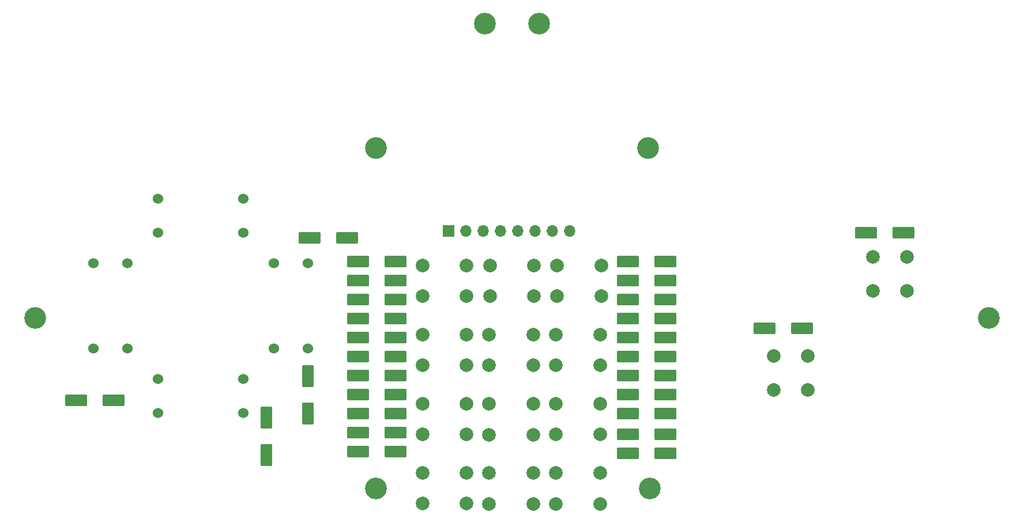
<source format=gbr>
%TF.GenerationSoftware,KiCad,Pcbnew,8.0.5*%
%TF.CreationDate,2024-09-28T10:39:20+08:00*%
%TF.ProjectId,ColecoVisionController,436f6c65-636f-4566-9973-696f6e436f6e,rev?*%
%TF.SameCoordinates,Original*%
%TF.FileFunction,Soldermask,Bot*%
%TF.FilePolarity,Negative*%
%FSLAX46Y46*%
G04 Gerber Fmt 4.6, Leading zero omitted, Abs format (unit mm)*
G04 Created by KiCad (PCBNEW 8.0.5) date 2024-09-28 10:39:20*
%MOMM*%
%LPD*%
G01*
G04 APERTURE LIST*
G04 Aperture macros list*
%AMRoundRect*
0 Rectangle with rounded corners*
0 $1 Rounding radius*
0 $2 $3 $4 $5 $6 $7 $8 $9 X,Y pos of 4 corners*
0 Add a 4 corners polygon primitive as box body*
4,1,4,$2,$3,$4,$5,$6,$7,$8,$9,$2,$3,0*
0 Add four circle primitives for the rounded corners*
1,1,$1+$1,$2,$3*
1,1,$1+$1,$4,$5*
1,1,$1+$1,$6,$7*
1,1,$1+$1,$8,$9*
0 Add four rect primitives between the rounded corners*
20,1,$1+$1,$2,$3,$4,$5,0*
20,1,$1+$1,$4,$5,$6,$7,0*
20,1,$1+$1,$6,$7,$8,$9,0*
20,1,$1+$1,$8,$9,$2,$3,0*%
G04 Aperture macros list end*
%ADD10C,1.524000*%
%ADD11C,2.000000*%
%ADD12R,1.700000X1.700000*%
%ADD13O,1.700000X1.700000*%
%ADD14C,3.200000*%
%ADD15RoundRect,0.250000X-1.400000X-0.600000X1.400000X-0.600000X1.400000X0.600000X-1.400000X0.600000X0*%
%ADD16RoundRect,0.250000X1.400000X0.600000X-1.400000X0.600000X-1.400000X-0.600000X1.400000X-0.600000X0*%
%ADD17RoundRect,0.250000X-0.600000X1.400000X-0.600000X-1.400000X0.600000X-1.400000X0.600000X1.400000X0*%
%ADD18RoundRect,0.250000X0.600000X-1.400000X0.600000X1.400000X-0.600000X1.400000X-0.600000X-1.400000X0*%
G04 APERTURE END LIST*
D10*
%TO.C,SW4*%
X80514000Y-108712000D03*
X80514000Y-96212000D03*
X85514000Y-96212000D03*
X85514000Y-108712000D03*
%TD*%
D11*
%TO.C,SW13*%
X128830000Y-121340000D03*
X135330000Y-121340000D03*
X135330000Y-116840000D03*
X128830000Y-116840000D03*
%TD*%
D12*
%TO.C,J1*%
X132655000Y-91461000D03*
D13*
X135195000Y-91461000D03*
X137735000Y-91461000D03*
X140275000Y-91461000D03*
X142815000Y-91461000D03*
X145355000Y-91461000D03*
X147895000Y-91461000D03*
X150435000Y-91461000D03*
%TD*%
D11*
%TO.C,SW11*%
X138635000Y-106680000D03*
X145135000Y-106680000D03*
X145135000Y-111180000D03*
X138635000Y-111180000D03*
%TD*%
%TO.C,SW6*%
X180420000Y-109808000D03*
X185420000Y-109808000D03*
X185420000Y-114808000D03*
X180420000Y-114808000D03*
%TD*%
D14*
%TO.C,MH*%
X71986000Y-104286000D03*
%TD*%
%TO.C,MH*%
X145986000Y-60960000D03*
%TD*%
D11*
%TO.C,SW16*%
X128830000Y-131500000D03*
X135330000Y-131500000D03*
X135330000Y-127000000D03*
X128830000Y-127000000D03*
%TD*%
%TO.C,SW7*%
X128830000Y-96520000D03*
X135330000Y-96520000D03*
X135330000Y-101020000D03*
X128830000Y-101020000D03*
%TD*%
D14*
%TO.C,MH*%
X137986000Y-60960000D03*
%TD*%
D10*
%TO.C,SW2*%
X102514000Y-118212000D03*
X90014000Y-118212000D03*
X90014000Y-113212000D03*
X102514000Y-113212000D03*
%TD*%
D11*
%TO.C,SW5*%
X194983000Y-95290000D03*
X199983000Y-95290000D03*
X199983000Y-100290000D03*
X194983000Y-100290000D03*
%TD*%
%TO.C,SW12*%
X148440000Y-111180000D03*
X154940000Y-111180000D03*
X154940000Y-106680000D03*
X148440000Y-106680000D03*
%TD*%
%TO.C,SW18*%
X148440000Y-131572000D03*
X154940000Y-131572000D03*
X154940000Y-127072000D03*
X148440000Y-127072000D03*
%TD*%
%TO.C,SW10*%
X128830000Y-106680000D03*
X135330000Y-106680000D03*
X135330000Y-111180000D03*
X128830000Y-111180000D03*
%TD*%
%TO.C,SW8*%
X138736000Y-96520000D03*
X145236000Y-96520000D03*
X145236000Y-101020000D03*
X138736000Y-101020000D03*
%TD*%
D14*
%TO.C,MH*%
X211986000Y-104286000D03*
%TD*%
D11*
%TO.C,SW17*%
X138635000Y-131572000D03*
X145135000Y-131572000D03*
X145135000Y-127072000D03*
X138635000Y-127072000D03*
%TD*%
D14*
%TO.C,MH*%
X121986000Y-129286000D03*
%TD*%
D11*
%TO.C,SW15*%
X148440000Y-121340000D03*
X154940000Y-121340000D03*
X154940000Y-116840000D03*
X148440000Y-116840000D03*
%TD*%
%TO.C,SW14*%
X138635000Y-121412000D03*
X145135000Y-121412000D03*
X145135000Y-116912000D03*
X138635000Y-116912000D03*
%TD*%
D10*
%TO.C,SW1*%
X90014000Y-86712000D03*
X102514000Y-86712000D03*
X102514000Y-91712000D03*
X90014000Y-91712000D03*
%TD*%
D11*
%TO.C,SW9*%
X148590000Y-96520000D03*
X155090000Y-96520000D03*
X155090000Y-101020000D03*
X148590000Y-101020000D03*
%TD*%
D14*
%TO.C,MH*%
X162240000Y-129286000D03*
%TD*%
%TO.C,MH*%
X121986000Y-79286000D03*
%TD*%
D10*
%TO.C,SW3*%
X112014000Y-96212000D03*
X112014000Y-108712000D03*
X107014000Y-108712000D03*
X107014000Y-96212000D03*
%TD*%
D14*
%TO.C,MH*%
X161986000Y-79286000D03*
%TD*%
D15*
%TO.C,D26*%
X159040000Y-95976000D03*
X164540000Y-95976000D03*
%TD*%
%TO.C,D15*%
X78022000Y-116332000D03*
X83522000Y-116332000D03*
%TD*%
D16*
%TO.C,D4*%
X124872000Y-95976000D03*
X119372000Y-95976000D03*
%TD*%
%TO.C,D18*%
X124872000Y-98770000D03*
X119372000Y-98770000D03*
%TD*%
D15*
%TO.C,D9*%
X159040000Y-101564000D03*
X164540000Y-101564000D03*
%TD*%
%TO.C,D13*%
X159040000Y-98770000D03*
X164540000Y-98770000D03*
%TD*%
%TO.C,D8*%
X158996000Y-109946000D03*
X164496000Y-109946000D03*
%TD*%
%TO.C,D28*%
X158996000Y-118328000D03*
X164496000Y-118328000D03*
%TD*%
D16*
%TO.C,D6*%
X124872000Y-112740000D03*
X119372000Y-112740000D03*
%TD*%
D15*
%TO.C,D12*%
X158996000Y-104358000D03*
X164496000Y-104358000D03*
%TD*%
D16*
%TO.C,D24*%
X124872000Y-118328000D03*
X119372000Y-118328000D03*
%TD*%
%TO.C,D7*%
X124872000Y-115534000D03*
X119372000Y-115534000D03*
%TD*%
D17*
%TO.C,D1*%
X112014000Y-112820000D03*
X112014000Y-118320000D03*
%TD*%
D16*
%TO.C,D5*%
X124872000Y-101564000D03*
X119372000Y-101564000D03*
%TD*%
D18*
%TO.C,D2*%
X105918000Y-124416000D03*
X105918000Y-118916000D03*
%TD*%
D15*
%TO.C,D27*%
X158996000Y-107152000D03*
X164496000Y-107152000D03*
%TD*%
D16*
%TO.C,D21*%
X124872000Y-123916000D03*
X119372000Y-123916000D03*
%TD*%
%TO.C,D23*%
X124872000Y-109946000D03*
X119372000Y-109946000D03*
%TD*%
%TO.C,D19*%
X124872000Y-104358000D03*
X119372000Y-104358000D03*
%TD*%
%TO.C,D20*%
X124916000Y-107152000D03*
X119416000Y-107152000D03*
%TD*%
D15*
%TO.C,D3*%
X179104000Y-105818000D03*
X184604000Y-105818000D03*
%TD*%
%TO.C,D14*%
X159040000Y-121376000D03*
X164540000Y-121376000D03*
%TD*%
%TO.C,D10*%
X158995000Y-115534000D03*
X164495000Y-115534000D03*
%TD*%
%TO.C,D25*%
X158996000Y-124170000D03*
X164496000Y-124170000D03*
%TD*%
%TO.C,D16*%
X194013300Y-91738000D03*
X199513300Y-91738000D03*
%TD*%
%TO.C,D17*%
X112312000Y-92456000D03*
X117812000Y-92456000D03*
%TD*%
%TO.C,D22*%
X158996000Y-112740000D03*
X164496000Y-112740000D03*
%TD*%
D16*
%TO.C,D11*%
X124872000Y-121122000D03*
X119372000Y-121122000D03*
%TD*%
M02*

</source>
